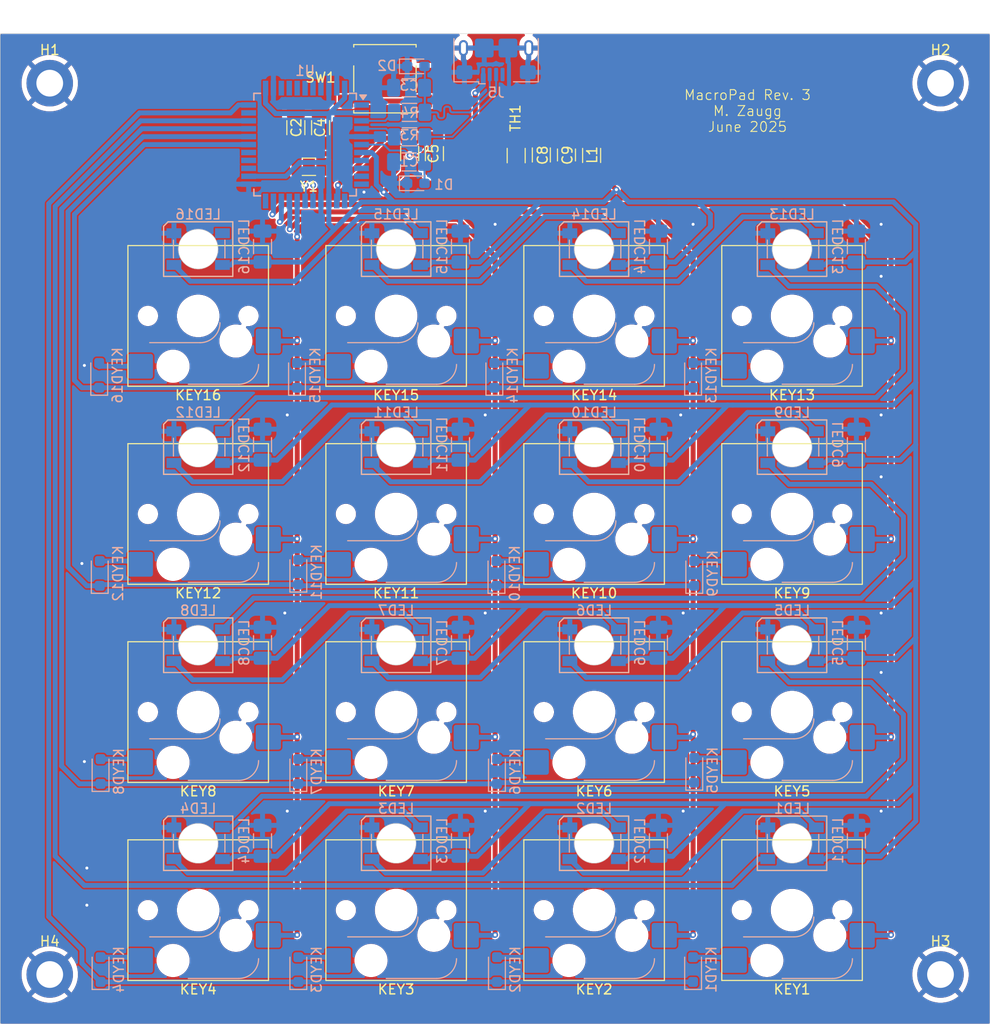
<source format=kicad_pcb>
(kicad_pcb
	(version 20241229)
	(generator "pcbnew")
	(generator_version "9.0")
	(general
		(thickness 1.6)
		(legacy_teardrops no)
	)
	(paper "A4")
	(layers
		(0 "F.Cu" signal)
		(2 "B.Cu" signal)
		(9 "F.Adhes" user "F.Adhesive")
		(11 "B.Adhes" user "B.Adhesive")
		(13 "F.Paste" user)
		(15 "B.Paste" user)
		(5 "F.SilkS" user "F.Silkscreen")
		(7 "B.SilkS" user "B.Silkscreen")
		(1 "F.Mask" user)
		(3 "B.Mask" user)
		(17 "Dwgs.User" user "User.Drawings")
		(19 "Cmts.User" user "User.Comments")
		(21 "Eco1.User" user "User.Eco1")
		(23 "Eco2.User" user "User.Eco2")
		(25 "Edge.Cuts" user)
		(27 "Margin" user)
		(31 "F.CrtYd" user "F.Courtyard")
		(29 "B.CrtYd" user "B.Courtyard")
		(35 "F.Fab" user)
		(33 "B.Fab" user)
		(39 "User.1" user)
		(41 "User.2" user)
		(43 "User.3" user)
		(45 "User.4" user)
		(47 "User.5" user)
		(49 "User.6" user)
		(51 "User.7" user)
		(53 "User.8" user)
		(55 "User.9" user)
	)
	(setup
		(stackup
			(layer "F.SilkS"
				(type "Top Silk Screen")
			)
			(layer "F.Paste"
				(type "Top Solder Paste")
			)
			(layer "F.Mask"
				(type "Top Solder Mask")
				(thickness 0.01)
			)
			(layer "F.Cu"
				(type "copper")
				(thickness 0.035)
			)
			(layer "dielectric 1"
				(type "core")
				(thickness 1.51)
				(material "FR4")
				(epsilon_r 4.5)
				(loss_tangent 0.02)
			)
			(layer "B.Cu"
				(type "copper")
				(thickness 0.035)
			)
			(layer "B.Mask"
				(type "Bottom Solder Mask")
				(thickness 0.01)
			)
			(layer "B.Paste"
				(type "Bottom Solder Paste")
			)
			(layer "B.SilkS"
				(type "Bottom Silk Screen")
			)
			(copper_finish "None")
			(dielectric_constraints no)
		)
		(pad_to_mask_clearance 0)
		(allow_soldermask_bridges_in_footprints no)
		(tenting front back)
		(pcbplotparams
			(layerselection 0x00000000_00000000_55555555_5755f5ff)
			(plot_on_all_layers_selection 0x00000000_00000000_00000000_00000000)
			(disableapertmacros no)
			(usegerberextensions no)
			(usegerberattributes yes)
			(usegerberadvancedattributes yes)
			(creategerberjobfile yes)
			(dashed_line_dash_ratio 12.000000)
			(dashed_line_gap_ratio 3.000000)
			(svgprecision 4)
			(plotframeref no)
			(mode 1)
			(useauxorigin no)
			(hpglpennumber 1)
			(hpglpenspeed 20)
			(hpglpendiameter 15.000000)
			(pdf_front_fp_property_popups yes)
			(pdf_back_fp_property_popups yes)
			(pdf_metadata yes)
			(pdf_single_document no)
			(dxfpolygonmode yes)
			(dxfimperialunits yes)
			(dxfusepcbnewfont yes)
			(psnegative no)
			(psa4output no)
			(plot_black_and_white yes)
			(sketchpadsonfab no)
			(plotpadnumbers no)
			(hidednponfab no)
			(sketchdnponfab yes)
			(crossoutdnponfab yes)
			(subtractmaskfromsilk no)
			(outputformat 1)
			(mirror no)
			(drillshape 0)
			(scaleselection 1)
			(outputdirectory "Outputs/Gerbers/")
		)
	)
	(net 0 "")
	(net 1 "USB_D_P")
	(net 2 "GND")
	(net 3 "/MCU/XTAL_P")
	(net 4 "USB_D_N")
	(net 5 "/MCU/XTAL_N")
	(net 6 "Net-(U1-UCAP)")
	(net 7 "/USB-PSU/+VBus_Unfiltered")
	(net 8 "+5V")
	(net 9 "/USB-PSU/+VBus_Conn")
	(net 10 "Net-(KEY1-B)")
	(net 11 "KEY_COL_1")
	(net 12 "KEY_COL_2")
	(net 13 "Net-(KEY2-B)")
	(net 14 "Net-(KEY3-B)")
	(net 15 "KEY_COL_3")
	(net 16 "KEY_COL_4")
	(net 17 "Net-(KEY4-B)")
	(net 18 "Net-(KEY5-B)")
	(net 19 "Net-(KEY6-B)")
	(net 20 "Net-(KEY7-B)")
	(net 21 "Net-(KEY8-B)")
	(net 22 "Net-(KEY9-B)")
	(net 23 "Net-(KEY10-B)")
	(net 24 "Net-(KEY11-B)")
	(net 25 "Net-(KEY12-B)")
	(net 26 "Net-(KEY13-B)")
	(net 27 "Net-(KEY14-B)")
	(net 28 "Net-(KEY15-B)")
	(net 29 "Net-(KEY16-B)")
	(net 30 "KEY_ROW_1")
	(net 31 "/LED/LED_12")
	(net 32 "/LED/LED_23")
	(net 33 "/LED/LED_34")
	(net 34 "/LED/LED_45")
	(net 35 "/LED/LED_56")
	(net 36 "/LED/LED_67")
	(net 37 "/LED/LED_78")
	(net 38 "/LED/LED_89")
	(net 39 "/LED/LED_90")
	(net 40 "/LED/LED_01")
	(net 41 "/LED/LED_112")
	(net 42 "/LED/LED_123")
	(net 43 "/LED/LED_134")
	(net 44 "/LED/LED_145")
	(net 45 "/LED/LED_156")
	(net 46 "unconnected-(LED16-DOUT-Pad4)")
	(net 47 "/MCU/USB_T_D_P")
	(net 48 "/MCU/USB_T_D_N")
	(net 49 "Net-(U1-~{RESET})")
	(net 50 "unconnected-(U1-PF6-Pad37)")
	(net 51 "KEY_ROW_2")
	(net 52 "LED_CTRL")
	(net 53 "unconnected-(U1-PF4-Pad39)")
	(net 54 "KEY_ROW_4")
	(net 55 "unconnected-(U1-PF1-Pad40)")
	(net 56 "unconnected-(U1-PE6-Pad1)")
	(net 57 "unconnected-(U1-PC7-Pad32)")
	(net 58 "KEY_ROW_3")
	(net 59 "unconnected-(U1-PF0-Pad41)")
	(net 60 "unconnected-(U1-PF5-Pad38)")
	(net 61 "unconnected-(U1-PF7-Pad36)")
	(net 62 "unconnected-(U1-PD6-Pad26)")
	(net 63 "unconnected-(U1-PD4-Pad25)")
	(net 64 "unconnected-(U1-PD5-Pad22)")
	(net 65 "unconnected-(U1-PB0-Pad8)")
	(net 66 "unconnected-(U1-PB1-Pad9)")
	(net 67 "unconnected-(U1-PB3-Pad11)")
	(net 68 "unconnected-(U1-PB2-Pad10)")
	(net 69 "unconnected-(U1-PB7-Pad12)")
	(net 70 "unconnected-(U1-PD7-Pad27)")
	(net 71 "unconnected-(J5-ID-Pad4)")
	(footprint "Capacitor_SMD:C_1206_3216Metric_Pad1.33x1.80mm_HandSolder" (layer "F.Cu") (at 103.867 57.1145 90))
	(footprint "PCM_Switch_Keyboard_Hotswap_Kailh:SW_Hotswap_Kailh_MX_1.00u" (layer "F.Cu") (at 80 113.5 180))
	(footprint "Macropad_Custom:LED_SK6812_PLCC4_5.0x5.0mm_P3.2mm_ThroughPCB" (layer "F.Cu") (at 100 84))
	(footprint "PCM_Switch_Keyboard_Hotswap_Kailh:SW_Hotswap_Kailh_MX_1.00u" (layer "F.Cu") (at 120 93.5 180))
	(footprint "Macropad_Custom:LED_SK6812_PLCC4_5.0x5.0mm_P3.2mm_ThroughPCB" (layer "F.Cu") (at 100 64))
	(footprint "Button_Switch_SMD:SW_SPST_B3S-1000" (layer "F.Cu") (at 98.867 49.552))
	(footprint "PCM_Switch_Keyboard_Hotswap_Kailh:SW_Hotswap_Kailh_MX_1.00u" (layer "F.Cu") (at 120 133.5 180))
	(footprint "PCM_Switch_Keyboard_Hotswap_Kailh:SW_Hotswap_Kailh_MX_1.00u" (layer "F.Cu") (at 140 133.5 180))
	(footprint "PCM_Switch_Keyboard_Hotswap_Kailh:SW_Hotswap_Kailh_MX_1.00u" (layer "F.Cu") (at 100 133.5 180))
	(footprint "Inductor_SMD:L_1206_3216Metric_Pad1.42x1.75mm_HandSolder" (layer "F.Cu") (at 117.208269 57.246077 -90))
	(footprint "PCM_Switch_Keyboard_Hotswap_Kailh:SW_Hotswap_Kailh_MX_1.00u" (layer "F.Cu") (at 100 113.5 180))
	(footprint "PCM_Switch_Keyboard_Hotswap_Kailh:SW_Hotswap_Kailh_MX_1.00u" (layer "F.Cu") (at 80 93.5 180))
	(footprint "PCM_Switch_Keyboard_Hotswap_Kailh:SW_Hotswap_Kailh_MX_1.00u" (layer "F.Cu") (at 140 73.5 180))
	(footprint "Crystal:Crystal_SMD_3215-2Pin_3.2x1.5mm" (layer "F.Cu") (at 91.188 58.443 180))
	(footprint "PCM_Switch_Keyboard_Hotswap_Kailh:SW_Hotswap_Kailh_MX_1.00u" (layer "F.Cu") (at 80 133.5 180))
	(footprint "Macropad_Custom:LED_SK6812_PLCC4_5.0x5.0mm_P3.2mm_ThroughPCB" (layer "F.Cu") (at 120 124))
	(footprint "Resistor_SMD:R_1206_3216Metric_Pad1.30x1.75mm_HandSolder" (layer "F.Cu") (at 112.128269 57.310577 -90))
	(footprint "MountingHole:MountingHole_2.7mm_M2.5_DIN965_Pad" (layer "F.Cu") (at 65 50))
	(footprint "PCM_Switch_Keyboard_Hotswap_Kailh:SW_Hotswap_Kailh_MX_1.00u" (layer "F.Cu") (at 100 93.5 180))
	(footprint "PCM_Switch_Keyboard_Hotswap_Kailh:SW_Hotswap_Kailh_MX_1.00u" (layer "F.Cu") (at 100 73.5 180))
	(footprint "Macropad_Custom:LED_SK6812_PLCC4_5.0x5.0mm_P3.2mm_ThroughPCB" (layer "F.Cu") (at 80 84))
	(footprint "PCM_Switch_Keyboard_Hotswap_Kailh:SW_Hotswap_Kailh_MX_1.00u"
		(layer "F.Cu")
		(uuid "a042a598-be74-4daf-b910-a5b35febd251")
		(at 120 113.5 180)
		(descr "Kailh keyswitch Hotswap Socket Keycap 1.00u")
		(tags "Kailh Keyboard Keyswitch Switch Hotswap Socket Relief Cutout Keycap 1.00u")
		(property "Reference" "KEY6"
			(at 0 -8 0)
			(layer "F.SilkS")
			(uuid "f67d2ce9-2821-4d72-a111-810973e34da7")
			(effects
				(font
					(size 1 1)
					(thickness 0.15)
				)
			)
		)
		(property "Value" "SW_SPST"
			(at 0 8 0)
			(layer "F.Fab")
			(uuid "ac1fc31f-8126-4dba-90de-71b7915df35a")
			(effects
				(font
					(size 1 1)
					(thickness 0.15)
				)
			)
		)
		(property "Datasheet" ""
			(at 0 0 0)
			(layer "F.Fab")
			(hide yes)
			(uuid "ccf802aa-d079-47b7-8ec1-f019de8fdb03")
			(effects
				(font
					(size 1.27 1.27)
					(thickness 0.15)
				)
			)
		)
		(property "Description" "Single Pole Single Throw (SPST) switch"
			(at 0 0 0)
			(layer "F.Fab")
			(hide yes)
			(uuid "ad111fab-b268-4d5b-8d6c-e481952a177d")
			(effects
				(font
					(size 1.27 1.27)
					(thickness 0.15)
				)
			)
		)
		(path "/745a7c98-c966-497e-9b9b-abaf4e72f5c2/4212e475-9aba-45cd-87f0-0673fc164e25")
		(sheetname "/KEYS/")
		(sheetfile "KEYS.kicad_sch")
		(attr smd)
		(fp_line
			(start 7.1 7.1)
			(end 7.1 -7.1)
			(stroke
				(width 0.12)
				(type solid)
			)
			(layer "F.SilkS")
			(uuid "02ae3779-81a9-4a4d-a0de-ffcfa798b516")
		)
		(fp_line
			(start 7.1 -7.1)
			(end -7.1 -7.1)
			(stroke
				(width 0.12)
				(type solid)
			)
			(layer "F.SilkS")
			(uuid "064fc676-495f-471b-8065-dc4e594ac052")
		)
		(fp_line
			(start -7.1 7.1)
			(end 7.1 7.1)
			(stroke
				(width 0.12)
				(type solid)
			)
			(layer "F.SilkS")
			(uuid "d825101d-b9f3-43a1-bff7-3b43659bd08f")
		)
		(fp_line
			(start -7.1 -7.1)
			(end -7.1 7.1)
			(stroke
				(width 0.12)
				(type solid)
			)
			(layer "F.SilkS")
			(uuid "e7a92c4f-3d94-410d-8ddf-2e29bf94e377")
		)
		(fp_line
			(start -0.2 -2.7)
			(end 4.9 -2.7)
			(stroke
				(width 0.12)
				(type solid)
			)
			(layer "B.SilkS")
			(uuid "21a4a7d2-6a1c-443f-9afc-bc4528c08cbd")
		)
		(fp_line
			(start -4.1 -6.9)
			(end 1 -6.9)
			(stroke
				(width 0.12)
				(type solid)
			)
			(layer "B.SilkS")
			(uuid "b23e0820-7328-4b55-b495-580dcba3c44b")
		)
		(fp_arc
			(start -2.2 -0.7)
			(mid -1.614214 -2.114214)
			(end -0.2 -2.7)
			(stroke
				(width 0.12)
				(type solid)
			)
			(layer "B.SilkS")
			(uuid "d44c4d37-b12f-475c-a3a3-4e537546492c")
		)
		(fp_arc
			(start -6.1 -4.9)
			(mid -5.514214 -6.314214)
			(end -4.1 -6.9)
			(stroke
				(width 0.12)
				(type solid)
			)
			(layer "B.SilkS")
			(uuid "9ac779d3-98f7-4eb0-a10d-0ab2c7483785")
		)
		(fp_line
			(start 9.525 9.525)
			(end 9.525 -9.525)
			(stroke
				(width 0.1)
				(type solid)
			)
			(layer "Dwgs.User")
			(uuid "3e616942-1dfc-4a5e-a933-e6b8794d2f88")
		)
		(fp_line
			(start 9.525 -9.525)
			(end -9.525 -9.525)
			(stroke
				(width 0.1)
				(type solid)
			)
			(layer "Dwgs.User")
			(uuid "61d3e40f-7530-4553-9c95-ad2ed0a99a42")
		)
		(fp_line
			(start -9.525 9.525)
			(end 9.525 9.525)
			(stroke
				(width 0.1)
				(type solid)
			)
			(layer "Dwgs.User")
			(uuid "ed6576c2-e8f3-4fa1-a1da-615fd28e12a6")
		)
		(fp_line
			(start -9.525 -9.525)
			(end -9.525 9.525)
			(stroke
				(width 0.1)
				(type solid)
			)
			(layer "Dwgs.User")
			(uuid "da35e6c3-f78e-43af-a907-8c2536586ba3")
		)
		(fp_line
			(start 7.8 6)
			(end 7 6)
			(stroke
				(width 0.1)
				(type solid)
			)
			(layer "Eco1.User")
			(uuid "c9186915-a3aa-496e-8239-200955334732")
		)
		(fp_line
			(start 7.8 2.9)
			(end 7.8 6)
			(stroke
				(width 0.1)
				(type solid)
			)
			(layer "Eco1.User")
			(uuid "76f009fe-215e-4c90-af2c-1f9c3ce0fc86")
		)
		(fp_line
			(start 7.8 -2.9)
			(end 7 -2.9)
			(stroke
				(width 0.1)
				(type solid)
			)
			(layer "Eco1.User")
			(uuid "bd2ea460-9d2f-4c3d-a9aa-70ec451547be")
		)
		(fp_line
			(start 7.8 -6)
			(end 7.8 -2.9)
			(stroke
				(width 0.1)
				(type solid)
			)
			(layer "Eco1.User")
			(uuid "ddcc3037-422b-46ae-a933-a790c5da85ca")
		)
		(fp_line
			(start 7 7)
			(end -7 7)
			(stroke
				(width 0.1)
				(type solid)
			)
			(layer "Eco1.User")
			(uuid "1c0a444f-0ce1-4f5e-8b88-50a7f6a8cbdc")
		)
		(fp_line
			(start 7 6)
			(end 7 7)
			(stroke
				(width 0.1)
				(type solid)
			)
			(layer "Eco1.User")
			(uuid "29cb4d7b-e366-40c1-abe0-0616ab9e565e")
		)
		(fp_line
			(start 7 2.9)
			(end 7.8 2.9)
			(stroke
				(width 0.1)
				(type solid)
			)
			(layer "Eco1.User")
			(uuid "8f71ef36-9910-4657-bdea-2e6f16a00560")
		)
		(fp_line
			(start 7 -2.9)
			(end 7 2.9)
			(stroke
				(width 0.1)
				(type solid)
			)
			(layer "Eco1.User")
			(uuid "0f73dfcd-3611-48ea-b056-c5e1943d68d9")
		)
		(fp_line
			(start 7 -6)
			(end 7.8 -6)
			(stroke
				(width 0.1)
				(type solid)
			)
			(layer "Eco1.User")
			(uuid "8c87a61b-fda9-4525-a9ee-2aead0453a8a")
		)
		(fp_line
			(start 7 -7)
			(end 7 -6)
			(stroke
				(width 0.1)
				(type solid)
			)
			(layer "Eco1.User")
			(uuid "1fe6435f-043d-4aeb-ad4f-f48c33d7b7ae")
		)
		(fp_line
			(start -7 7)
			(end -7 6)
			(stroke
				(width 0.1)
				(type solid)
			)
			(layer "Eco1.User")
			(uuid "bea48979-e7b7-4ece-a3c1-995b1a748e1e")
		)
		(fp_line
			(start -7 6)
			(end -7.8 6)
			(stroke
				(width 0.1)
				(type solid)
			)
			(layer "Eco1.User")
			(uuid "6d2ee98d-797e-4779-a5a0-4ae9d4d209d9")
		)
		(fp_line
			(start -7 2.9)
			(end -7 -2.9)
			(stroke
				(width 0.1)
				(type solid)
			)
			(layer "Eco1.User")
			(uuid "e5532b72-096d-4cdd-9902-e5345f12aacb")
		)
		(fp_line
			(start -7 -2.9)
			(end -7.8 -2.9)
			(stroke
				(width 0.1)
				(type solid)
			)
			(layer "Eco1.User")
			(uuid "e010a3f7-5637-41e4-a54c-2c77ba32a60b")
		)
		(fp_line
			(start -7 -6)
			(end -7 -7)
			(stroke
				(width 0.1)
				(type solid)
			)
			(layer "Eco1.User")
			(uuid "f97a5da2-8c8f-47fd-98fa-9708507222a2")
		)
		(fp_line
			(start -7 -7)
			(end 7 -7)
			(stroke
				(width 0.1)
				(type solid)
			)
			(layer "Eco1.User")
			(uuid "2339fd34-5815-45bb-9a10-8832fd7a469d")
		)
		(fp_line
			(start -7.8 6)
			(end -7.8 2.9)
			(stroke
				(width 0.1)
				(type solid)
			)
			(layer "Eco1.User")
			(uuid "2fb782c9-caba-43fe-bd93-cd44f297a733")
		)
		(fp_line
			(start -7.8 2.9)
			(end -7 2.9)
			(stroke
				(width 0.1)
				(type solid)
			)
			(layer "Eco1.User")
			(uuid "41eaa0b9-8a16-4744-88d7-7d9b8f972fad")
		)
		(fp_line
			(start -7.8 -2.9)
			(end -7.8 -6)
			(stroke
				(width 0.1)
				(type solid)
			)
			(layer "Eco1.User")
			(uuid "470f0866-702b-4cff-96e7-4c8bc1c7d400")
		)
		(fp_line
			(start -7.8 -6)
			(end -7 -6)
			(stroke
				(width 0.1)
				(type solid)
... [1163624 chars truncated]
</source>
